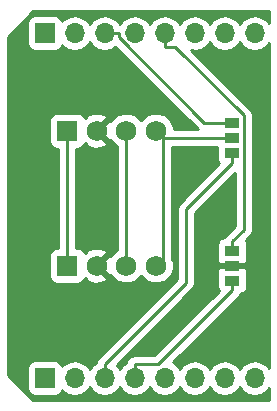
<source format=gtl>
G04 #@! TF.FileFunction,Copper,L1,Top,Signal*
%FSLAX46Y46*%
G04 Gerber Fmt 4.6, Leading zero omitted, Abs format (unit mm)*
G04 Created by KiCad (PCBNEW 4.0.7-e2-6376~58~ubuntu17.04.1) date Wed Oct  4 00:33:47 2017*
%MOMM*%
%LPD*%
G01*
G04 APERTURE LIST*
%ADD10C,0.100000*%
%ADD11R,1.750000X1.750000*%
%ADD12C,1.750000*%
%ADD13R,1.270000X0.970000*%
%ADD14R,1.700000X1.700000*%
%ADD15O,1.700000X1.700000*%
%ADD16C,0.600000*%
%ADD17C,0.250000*%
%ADD18C,0.254000*%
G04 APERTURE END LIST*
D10*
D11*
X152400000Y-116840000D03*
D12*
X154900000Y-116840000D03*
X157400000Y-116840000D03*
X159900000Y-116840000D03*
D13*
X166370000Y-107315000D03*
X166370000Y-106045000D03*
X166370000Y-104775000D03*
X166370000Y-118110000D03*
X166370000Y-116840000D03*
X166370000Y-115570000D03*
D11*
X152400000Y-105410000D03*
D12*
X154900000Y-105410000D03*
X157400000Y-105410000D03*
X159900000Y-105410000D03*
D14*
X150495000Y-126365000D03*
D15*
X153035000Y-126365000D03*
X155575000Y-126365000D03*
X158115000Y-126365000D03*
X160655000Y-126365000D03*
X163195000Y-126365000D03*
X165735000Y-126365000D03*
X168275000Y-126365000D03*
D14*
X150495000Y-97155000D03*
D15*
X153035000Y-97155000D03*
X155575000Y-97155000D03*
X158115000Y-97155000D03*
X160655000Y-97155000D03*
X163195000Y-97155000D03*
X165735000Y-97155000D03*
X168275000Y-97155000D03*
D16*
X165100000Y-116840000D03*
D17*
X152400000Y-105410000D02*
X152400000Y-116840000D01*
X166370000Y-116840000D02*
X165100000Y-116840000D01*
X157400000Y-105410000D02*
X157400000Y-116840000D01*
X160535000Y-116205000D02*
X159900000Y-116840000D01*
X160535000Y-106045000D02*
X160535000Y-116205000D01*
X166370000Y-106045000D02*
X160535000Y-106045000D01*
X160535000Y-106045000D02*
X159900000Y-105410000D01*
X162460100Y-112035200D02*
X166370000Y-108125300D01*
X162460100Y-118304600D02*
X162460100Y-112035200D01*
X155575000Y-125189700D02*
X162460100Y-118304600D01*
X155575000Y-126365000D02*
X155575000Y-125189700D01*
X166370000Y-107315000D02*
X166370000Y-108125300D01*
X164003000Y-104775000D02*
X166370000Y-104775000D01*
X156750300Y-97522300D02*
X164003000Y-104775000D01*
X156750300Y-97155000D02*
X156750300Y-97522300D01*
X155575000Y-97155000D02*
X156750300Y-97155000D01*
X160100600Y-125189700D02*
X166370000Y-118920300D01*
X158115000Y-125189700D02*
X160100600Y-125189700D01*
X158115000Y-126365000D02*
X158115000Y-125189700D01*
X166370000Y-118110000D02*
X166370000Y-118920300D01*
X167330400Y-113799300D02*
X166370000Y-114759700D01*
X167330400Y-104124200D02*
X167330400Y-113799300D01*
X161536500Y-98330300D02*
X167330400Y-104124200D01*
X160655000Y-98330300D02*
X161536500Y-98330300D01*
X160655000Y-97155000D02*
X160655000Y-98330300D01*
X166370000Y-115570000D02*
X166370000Y-114759700D01*
D18*
G36*
X169470000Y-96292781D02*
X169325054Y-96075853D01*
X168843285Y-95753946D01*
X168275000Y-95640907D01*
X167706715Y-95753946D01*
X167224946Y-96075853D01*
X167005000Y-96405026D01*
X166785054Y-96075853D01*
X166303285Y-95753946D01*
X165735000Y-95640907D01*
X165166715Y-95753946D01*
X164684946Y-96075853D01*
X164465000Y-96405026D01*
X164245054Y-96075853D01*
X163763285Y-95753946D01*
X163195000Y-95640907D01*
X162626715Y-95753946D01*
X162144946Y-96075853D01*
X161925000Y-96405026D01*
X161705054Y-96075853D01*
X161223285Y-95753946D01*
X160655000Y-95640907D01*
X160086715Y-95753946D01*
X159604946Y-96075853D01*
X159385000Y-96405026D01*
X159165054Y-96075853D01*
X158683285Y-95753946D01*
X158115000Y-95640907D01*
X157546715Y-95753946D01*
X157064946Y-96075853D01*
X156845000Y-96405026D01*
X156625054Y-96075853D01*
X156143285Y-95753946D01*
X155575000Y-95640907D01*
X155006715Y-95753946D01*
X154524946Y-96075853D01*
X154305000Y-96405026D01*
X154085054Y-96075853D01*
X153603285Y-95753946D01*
X153035000Y-95640907D01*
X152466715Y-95753946D01*
X151984946Y-96075853D01*
X151957150Y-96117452D01*
X151948162Y-96069683D01*
X151809090Y-95853559D01*
X151596890Y-95708569D01*
X151345000Y-95657560D01*
X149645000Y-95657560D01*
X149409683Y-95701838D01*
X149193559Y-95840910D01*
X149048569Y-96053110D01*
X148997560Y-96305000D01*
X148997560Y-98005000D01*
X149041838Y-98240317D01*
X149180910Y-98456441D01*
X149393110Y-98601431D01*
X149645000Y-98652440D01*
X151345000Y-98652440D01*
X151580317Y-98608162D01*
X151796441Y-98469090D01*
X151941431Y-98256890D01*
X151955086Y-98189459D01*
X151984946Y-98234147D01*
X152466715Y-98556054D01*
X153035000Y-98669093D01*
X153603285Y-98556054D01*
X154085054Y-98234147D01*
X154305000Y-97904974D01*
X154524946Y-98234147D01*
X155006715Y-98556054D01*
X155575000Y-98669093D01*
X156143285Y-98556054D01*
X156482558Y-98329360D01*
X163438198Y-105285000D01*
X161410110Y-105285000D01*
X161410262Y-105110960D01*
X161180862Y-104555771D01*
X160756463Y-104130630D01*
X160201675Y-103900262D01*
X159600960Y-103899738D01*
X159045771Y-104129138D01*
X158649682Y-104524536D01*
X158256463Y-104130630D01*
X157701675Y-103900262D01*
X157100960Y-103899738D01*
X156545771Y-104129138D01*
X156120630Y-104553537D01*
X156111108Y-104576469D01*
X155962060Y-104527545D01*
X155079605Y-105410000D01*
X155962060Y-106292455D01*
X156110648Y-106243682D01*
X156119138Y-106264229D01*
X156543537Y-106689370D01*
X156640000Y-106729425D01*
X156640000Y-115520203D01*
X156545771Y-115559138D01*
X156120630Y-115983537D01*
X156111108Y-116006469D01*
X155962060Y-115957545D01*
X155079605Y-116840000D01*
X155962060Y-117722455D01*
X156110648Y-117673682D01*
X156119138Y-117694229D01*
X156543537Y-118119370D01*
X157098325Y-118349738D01*
X157699040Y-118350262D01*
X158254229Y-118120862D01*
X158650318Y-117725464D01*
X159043537Y-118119370D01*
X159598325Y-118349738D01*
X160199040Y-118350262D01*
X160754229Y-118120862D01*
X161179370Y-117696463D01*
X161409738Y-117141675D01*
X161410262Y-116540960D01*
X161287346Y-116243481D01*
X161295000Y-116205000D01*
X161295000Y-106805000D01*
X165092623Y-106805000D01*
X165087560Y-106830000D01*
X165087560Y-107800000D01*
X165131838Y-108035317D01*
X165231031Y-108189467D01*
X161922699Y-111497799D01*
X161757952Y-111744361D01*
X161700100Y-112035200D01*
X161700100Y-117989798D01*
X155037599Y-124652299D01*
X154872852Y-124898861D01*
X154837402Y-125077077D01*
X154524946Y-125285853D01*
X154305000Y-125615026D01*
X154085054Y-125285853D01*
X153603285Y-124963946D01*
X153035000Y-124850907D01*
X152466715Y-124963946D01*
X151984946Y-125285853D01*
X151957150Y-125327452D01*
X151948162Y-125279683D01*
X151809090Y-125063559D01*
X151596890Y-124918569D01*
X151345000Y-124867560D01*
X149645000Y-124867560D01*
X149409683Y-124911838D01*
X149193559Y-125050910D01*
X149048569Y-125263110D01*
X148997560Y-125515000D01*
X148997560Y-127215000D01*
X149041838Y-127450317D01*
X149180910Y-127666441D01*
X149393110Y-127811431D01*
X149645000Y-127862440D01*
X151345000Y-127862440D01*
X151580317Y-127818162D01*
X151796441Y-127679090D01*
X151941431Y-127466890D01*
X151955086Y-127399459D01*
X151984946Y-127444147D01*
X152466715Y-127766054D01*
X153035000Y-127879093D01*
X153603285Y-127766054D01*
X154085054Y-127444147D01*
X154305000Y-127114974D01*
X154524946Y-127444147D01*
X155006715Y-127766054D01*
X155575000Y-127879093D01*
X156143285Y-127766054D01*
X156625054Y-127444147D01*
X156845000Y-127114974D01*
X157064946Y-127444147D01*
X157546715Y-127766054D01*
X158115000Y-127879093D01*
X158683285Y-127766054D01*
X159165054Y-127444147D01*
X159385000Y-127114974D01*
X159604946Y-127444147D01*
X160086715Y-127766054D01*
X160655000Y-127879093D01*
X161223285Y-127766054D01*
X161705054Y-127444147D01*
X161925000Y-127114974D01*
X162144946Y-127444147D01*
X162626715Y-127766054D01*
X163195000Y-127879093D01*
X163763285Y-127766054D01*
X164245054Y-127444147D01*
X164465000Y-127114974D01*
X164684946Y-127444147D01*
X165166715Y-127766054D01*
X165735000Y-127879093D01*
X166303285Y-127766054D01*
X166785054Y-127444147D01*
X167005000Y-127114974D01*
X167224946Y-127444147D01*
X167706715Y-127766054D01*
X168275000Y-127879093D01*
X168843285Y-127766054D01*
X169325054Y-127444147D01*
X169470000Y-127227219D01*
X169470000Y-128195000D01*
X149519091Y-128195000D01*
X147395000Y-126070908D01*
X147395000Y-104535000D01*
X150877560Y-104535000D01*
X150877560Y-106285000D01*
X150921838Y-106520317D01*
X151060910Y-106736441D01*
X151273110Y-106881431D01*
X151525000Y-106932440D01*
X151640000Y-106932440D01*
X151640000Y-115317560D01*
X151525000Y-115317560D01*
X151289683Y-115361838D01*
X151073559Y-115500910D01*
X150928569Y-115713110D01*
X150877560Y-115965000D01*
X150877560Y-117715000D01*
X150921838Y-117950317D01*
X151060910Y-118166441D01*
X151273110Y-118311431D01*
X151525000Y-118362440D01*
X153275000Y-118362440D01*
X153510317Y-118318162D01*
X153726441Y-118179090D01*
X153863994Y-117977774D01*
X153902914Y-118016694D01*
X154017546Y-117902062D01*
X154100884Y-118155953D01*
X154665306Y-118361590D01*
X155265458Y-118335579D01*
X155699116Y-118155953D01*
X155782455Y-117902060D01*
X154900000Y-117019605D01*
X154885858Y-117033748D01*
X154706253Y-116854143D01*
X154720395Y-116840000D01*
X154706253Y-116825858D01*
X154885858Y-116646253D01*
X154900000Y-116660395D01*
X155782455Y-115777940D01*
X155699116Y-115524047D01*
X155134694Y-115318410D01*
X154534542Y-115344421D01*
X154100884Y-115524047D01*
X154017546Y-115777938D01*
X153902914Y-115663306D01*
X153861864Y-115704356D01*
X153739090Y-115513559D01*
X153526890Y-115368569D01*
X153275000Y-115317560D01*
X153160000Y-115317560D01*
X153160000Y-106932440D01*
X153275000Y-106932440D01*
X153510317Y-106888162D01*
X153726441Y-106749090D01*
X153863994Y-106547774D01*
X153902914Y-106586694D01*
X154017546Y-106472062D01*
X154100884Y-106725953D01*
X154665306Y-106931590D01*
X155265458Y-106905579D01*
X155699116Y-106725953D01*
X155782455Y-106472060D01*
X154900000Y-105589605D01*
X154885858Y-105603748D01*
X154706253Y-105424143D01*
X154720395Y-105410000D01*
X154706253Y-105395858D01*
X154885858Y-105216253D01*
X154900000Y-105230395D01*
X155782455Y-104347940D01*
X155699116Y-104094047D01*
X155134694Y-103888410D01*
X154534542Y-103914421D01*
X154100884Y-104094047D01*
X154017546Y-104347938D01*
X153902914Y-104233306D01*
X153861864Y-104274356D01*
X153739090Y-104083559D01*
X153526890Y-103938569D01*
X153275000Y-103887560D01*
X151525000Y-103887560D01*
X151289683Y-103931838D01*
X151073559Y-104070910D01*
X150928569Y-104283110D01*
X150877560Y-104535000D01*
X147395000Y-104535000D01*
X147395000Y-97449092D01*
X149519091Y-95325000D01*
X169470000Y-95325000D01*
X169470000Y-96292781D01*
X169470000Y-96292781D01*
G37*
X169470000Y-96292781D02*
X169325054Y-96075853D01*
X168843285Y-95753946D01*
X168275000Y-95640907D01*
X167706715Y-95753946D01*
X167224946Y-96075853D01*
X167005000Y-96405026D01*
X166785054Y-96075853D01*
X166303285Y-95753946D01*
X165735000Y-95640907D01*
X165166715Y-95753946D01*
X164684946Y-96075853D01*
X164465000Y-96405026D01*
X164245054Y-96075853D01*
X163763285Y-95753946D01*
X163195000Y-95640907D01*
X162626715Y-95753946D01*
X162144946Y-96075853D01*
X161925000Y-96405026D01*
X161705054Y-96075853D01*
X161223285Y-95753946D01*
X160655000Y-95640907D01*
X160086715Y-95753946D01*
X159604946Y-96075853D01*
X159385000Y-96405026D01*
X159165054Y-96075853D01*
X158683285Y-95753946D01*
X158115000Y-95640907D01*
X157546715Y-95753946D01*
X157064946Y-96075853D01*
X156845000Y-96405026D01*
X156625054Y-96075853D01*
X156143285Y-95753946D01*
X155575000Y-95640907D01*
X155006715Y-95753946D01*
X154524946Y-96075853D01*
X154305000Y-96405026D01*
X154085054Y-96075853D01*
X153603285Y-95753946D01*
X153035000Y-95640907D01*
X152466715Y-95753946D01*
X151984946Y-96075853D01*
X151957150Y-96117452D01*
X151948162Y-96069683D01*
X151809090Y-95853559D01*
X151596890Y-95708569D01*
X151345000Y-95657560D01*
X149645000Y-95657560D01*
X149409683Y-95701838D01*
X149193559Y-95840910D01*
X149048569Y-96053110D01*
X148997560Y-96305000D01*
X148997560Y-98005000D01*
X149041838Y-98240317D01*
X149180910Y-98456441D01*
X149393110Y-98601431D01*
X149645000Y-98652440D01*
X151345000Y-98652440D01*
X151580317Y-98608162D01*
X151796441Y-98469090D01*
X151941431Y-98256890D01*
X151955086Y-98189459D01*
X151984946Y-98234147D01*
X152466715Y-98556054D01*
X153035000Y-98669093D01*
X153603285Y-98556054D01*
X154085054Y-98234147D01*
X154305000Y-97904974D01*
X154524946Y-98234147D01*
X155006715Y-98556054D01*
X155575000Y-98669093D01*
X156143285Y-98556054D01*
X156482558Y-98329360D01*
X163438198Y-105285000D01*
X161410110Y-105285000D01*
X161410262Y-105110960D01*
X161180862Y-104555771D01*
X160756463Y-104130630D01*
X160201675Y-103900262D01*
X159600960Y-103899738D01*
X159045771Y-104129138D01*
X158649682Y-104524536D01*
X158256463Y-104130630D01*
X157701675Y-103900262D01*
X157100960Y-103899738D01*
X156545771Y-104129138D01*
X156120630Y-104553537D01*
X156111108Y-104576469D01*
X155962060Y-104527545D01*
X155079605Y-105410000D01*
X155962060Y-106292455D01*
X156110648Y-106243682D01*
X156119138Y-106264229D01*
X156543537Y-106689370D01*
X156640000Y-106729425D01*
X156640000Y-115520203D01*
X156545771Y-115559138D01*
X156120630Y-115983537D01*
X156111108Y-116006469D01*
X155962060Y-115957545D01*
X155079605Y-116840000D01*
X155962060Y-117722455D01*
X156110648Y-117673682D01*
X156119138Y-117694229D01*
X156543537Y-118119370D01*
X157098325Y-118349738D01*
X157699040Y-118350262D01*
X158254229Y-118120862D01*
X158650318Y-117725464D01*
X159043537Y-118119370D01*
X159598325Y-118349738D01*
X160199040Y-118350262D01*
X160754229Y-118120862D01*
X161179370Y-117696463D01*
X161409738Y-117141675D01*
X161410262Y-116540960D01*
X161287346Y-116243481D01*
X161295000Y-116205000D01*
X161295000Y-106805000D01*
X165092623Y-106805000D01*
X165087560Y-106830000D01*
X165087560Y-107800000D01*
X165131838Y-108035317D01*
X165231031Y-108189467D01*
X161922699Y-111497799D01*
X161757952Y-111744361D01*
X161700100Y-112035200D01*
X161700100Y-117989798D01*
X155037599Y-124652299D01*
X154872852Y-124898861D01*
X154837402Y-125077077D01*
X154524946Y-125285853D01*
X154305000Y-125615026D01*
X154085054Y-125285853D01*
X153603285Y-124963946D01*
X153035000Y-124850907D01*
X152466715Y-124963946D01*
X151984946Y-125285853D01*
X151957150Y-125327452D01*
X151948162Y-125279683D01*
X151809090Y-125063559D01*
X151596890Y-124918569D01*
X151345000Y-124867560D01*
X149645000Y-124867560D01*
X149409683Y-124911838D01*
X149193559Y-125050910D01*
X149048569Y-125263110D01*
X148997560Y-125515000D01*
X148997560Y-127215000D01*
X149041838Y-127450317D01*
X149180910Y-127666441D01*
X149393110Y-127811431D01*
X149645000Y-127862440D01*
X151345000Y-127862440D01*
X151580317Y-127818162D01*
X151796441Y-127679090D01*
X151941431Y-127466890D01*
X151955086Y-127399459D01*
X151984946Y-127444147D01*
X152466715Y-127766054D01*
X153035000Y-127879093D01*
X153603285Y-127766054D01*
X154085054Y-127444147D01*
X154305000Y-127114974D01*
X154524946Y-127444147D01*
X155006715Y-127766054D01*
X155575000Y-127879093D01*
X156143285Y-127766054D01*
X156625054Y-127444147D01*
X156845000Y-127114974D01*
X157064946Y-127444147D01*
X157546715Y-127766054D01*
X158115000Y-127879093D01*
X158683285Y-127766054D01*
X159165054Y-127444147D01*
X159385000Y-127114974D01*
X159604946Y-127444147D01*
X160086715Y-127766054D01*
X160655000Y-127879093D01*
X161223285Y-127766054D01*
X161705054Y-127444147D01*
X161925000Y-127114974D01*
X162144946Y-127444147D01*
X162626715Y-127766054D01*
X163195000Y-127879093D01*
X163763285Y-127766054D01*
X164245054Y-127444147D01*
X164465000Y-127114974D01*
X164684946Y-127444147D01*
X165166715Y-127766054D01*
X165735000Y-127879093D01*
X166303285Y-127766054D01*
X166785054Y-127444147D01*
X167005000Y-127114974D01*
X167224946Y-127444147D01*
X167706715Y-127766054D01*
X168275000Y-127879093D01*
X168843285Y-127766054D01*
X169325054Y-127444147D01*
X169470000Y-127227219D01*
X169470000Y-128195000D01*
X149519091Y-128195000D01*
X147395000Y-126070908D01*
X147395000Y-104535000D01*
X150877560Y-104535000D01*
X150877560Y-106285000D01*
X150921838Y-106520317D01*
X151060910Y-106736441D01*
X151273110Y-106881431D01*
X151525000Y-106932440D01*
X151640000Y-106932440D01*
X151640000Y-115317560D01*
X151525000Y-115317560D01*
X151289683Y-115361838D01*
X151073559Y-115500910D01*
X150928569Y-115713110D01*
X150877560Y-115965000D01*
X150877560Y-117715000D01*
X150921838Y-117950317D01*
X151060910Y-118166441D01*
X151273110Y-118311431D01*
X151525000Y-118362440D01*
X153275000Y-118362440D01*
X153510317Y-118318162D01*
X153726441Y-118179090D01*
X153863994Y-117977774D01*
X153902914Y-118016694D01*
X154017546Y-117902062D01*
X154100884Y-118155953D01*
X154665306Y-118361590D01*
X155265458Y-118335579D01*
X155699116Y-118155953D01*
X155782455Y-117902060D01*
X154900000Y-117019605D01*
X154885858Y-117033748D01*
X154706253Y-116854143D01*
X154720395Y-116840000D01*
X154706253Y-116825858D01*
X154885858Y-116646253D01*
X154900000Y-116660395D01*
X155782455Y-115777940D01*
X155699116Y-115524047D01*
X155134694Y-115318410D01*
X154534542Y-115344421D01*
X154100884Y-115524047D01*
X154017546Y-115777938D01*
X153902914Y-115663306D01*
X153861864Y-115704356D01*
X153739090Y-115513559D01*
X153526890Y-115368569D01*
X153275000Y-115317560D01*
X153160000Y-115317560D01*
X153160000Y-106932440D01*
X153275000Y-106932440D01*
X153510317Y-106888162D01*
X153726441Y-106749090D01*
X153863994Y-106547774D01*
X153902914Y-106586694D01*
X154017546Y-106472062D01*
X154100884Y-106725953D01*
X154665306Y-106931590D01*
X155265458Y-106905579D01*
X155699116Y-106725953D01*
X155782455Y-106472060D01*
X154900000Y-105589605D01*
X154885858Y-105603748D01*
X154706253Y-105424143D01*
X154720395Y-105410000D01*
X154706253Y-105395858D01*
X154885858Y-105216253D01*
X154900000Y-105230395D01*
X155782455Y-104347940D01*
X155699116Y-104094047D01*
X155134694Y-103888410D01*
X154534542Y-103914421D01*
X154100884Y-104094047D01*
X154017546Y-104347938D01*
X153902914Y-104233306D01*
X153861864Y-104274356D01*
X153739090Y-104083559D01*
X153526890Y-103938569D01*
X153275000Y-103887560D01*
X151525000Y-103887560D01*
X151289683Y-103931838D01*
X151073559Y-104070910D01*
X150928569Y-104283110D01*
X150877560Y-104535000D01*
X147395000Y-104535000D01*
X147395000Y-97449092D01*
X149519091Y-95325000D01*
X169470000Y-95325000D01*
X169470000Y-96292781D01*
G36*
X167224946Y-98234147D02*
X167706715Y-98556054D01*
X168275000Y-98669093D01*
X168843285Y-98556054D01*
X169325054Y-98234147D01*
X169470000Y-98017219D01*
X169470000Y-125502781D01*
X169325054Y-125285853D01*
X168843285Y-124963946D01*
X168275000Y-124850907D01*
X167706715Y-124963946D01*
X167224946Y-125285853D01*
X167005000Y-125615026D01*
X166785054Y-125285853D01*
X166303285Y-124963946D01*
X165735000Y-124850907D01*
X165166715Y-124963946D01*
X164684946Y-125285853D01*
X164465000Y-125615026D01*
X164245054Y-125285853D01*
X163763285Y-124963946D01*
X163195000Y-124850907D01*
X162626715Y-124963946D01*
X162144946Y-125285853D01*
X161925000Y-125615026D01*
X161705054Y-125285853D01*
X161329911Y-125035191D01*
X166907402Y-119457701D01*
X167057882Y-119232490D01*
X167240317Y-119198162D01*
X167456441Y-119059090D01*
X167601431Y-118846890D01*
X167652440Y-118595000D01*
X167652440Y-117625000D01*
X167626081Y-117484914D01*
X167640000Y-117451310D01*
X167640000Y-117125750D01*
X167481250Y-116967000D01*
X166497000Y-116967000D01*
X166497000Y-116977560D01*
X166243000Y-116977560D01*
X166243000Y-116967000D01*
X165258750Y-116967000D01*
X165100000Y-117125750D01*
X165100000Y-117451310D01*
X165115268Y-117488171D01*
X165087560Y-117625000D01*
X165087560Y-118595000D01*
X165131838Y-118830317D01*
X165231031Y-118984467D01*
X159785798Y-124429700D01*
X158115000Y-124429700D01*
X157824161Y-124487552D01*
X157577599Y-124652299D01*
X157412852Y-124898861D01*
X157377402Y-125077077D01*
X157064946Y-125285853D01*
X156845000Y-125615026D01*
X156625054Y-125285853D01*
X156582250Y-125257252D01*
X162997501Y-118842001D01*
X163162248Y-118595439D01*
X163220100Y-118304600D01*
X163220100Y-112350002D01*
X166570400Y-108999702D01*
X166570400Y-113484498D01*
X165832599Y-114222299D01*
X165682118Y-114447510D01*
X165499683Y-114481838D01*
X165283559Y-114620910D01*
X165138569Y-114833110D01*
X165087560Y-115085000D01*
X165087560Y-116055000D01*
X165113919Y-116195086D01*
X165100000Y-116228690D01*
X165100000Y-116554250D01*
X165258750Y-116713000D01*
X166243000Y-116713000D01*
X166243000Y-116702440D01*
X166497000Y-116702440D01*
X166497000Y-116713000D01*
X167481250Y-116713000D01*
X167640000Y-116554250D01*
X167640000Y-116228690D01*
X167624732Y-116191829D01*
X167652440Y-116055000D01*
X167652440Y-115085000D01*
X167608162Y-114849683D01*
X167508969Y-114695533D01*
X167867801Y-114336701D01*
X168032548Y-114090139D01*
X168090400Y-113799300D01*
X168090400Y-104124200D01*
X168032548Y-103833361D01*
X167867801Y-103586799D01*
X162889284Y-98608282D01*
X163195000Y-98669093D01*
X163763285Y-98556054D01*
X164245054Y-98234147D01*
X164465000Y-97904974D01*
X164684946Y-98234147D01*
X165166715Y-98556054D01*
X165735000Y-98669093D01*
X166303285Y-98556054D01*
X166785054Y-98234147D01*
X167005000Y-97904974D01*
X167224946Y-98234147D01*
X167224946Y-98234147D01*
G37*
X167224946Y-98234147D02*
X167706715Y-98556054D01*
X168275000Y-98669093D01*
X168843285Y-98556054D01*
X169325054Y-98234147D01*
X169470000Y-98017219D01*
X169470000Y-125502781D01*
X169325054Y-125285853D01*
X168843285Y-124963946D01*
X168275000Y-124850907D01*
X167706715Y-124963946D01*
X167224946Y-125285853D01*
X167005000Y-125615026D01*
X166785054Y-125285853D01*
X166303285Y-124963946D01*
X165735000Y-124850907D01*
X165166715Y-124963946D01*
X164684946Y-125285853D01*
X164465000Y-125615026D01*
X164245054Y-125285853D01*
X163763285Y-124963946D01*
X163195000Y-124850907D01*
X162626715Y-124963946D01*
X162144946Y-125285853D01*
X161925000Y-125615026D01*
X161705054Y-125285853D01*
X161329911Y-125035191D01*
X166907402Y-119457701D01*
X167057882Y-119232490D01*
X167240317Y-119198162D01*
X167456441Y-119059090D01*
X167601431Y-118846890D01*
X167652440Y-118595000D01*
X167652440Y-117625000D01*
X167626081Y-117484914D01*
X167640000Y-117451310D01*
X167640000Y-117125750D01*
X167481250Y-116967000D01*
X166497000Y-116967000D01*
X166497000Y-116977560D01*
X166243000Y-116977560D01*
X166243000Y-116967000D01*
X165258750Y-116967000D01*
X165100000Y-117125750D01*
X165100000Y-117451310D01*
X165115268Y-117488171D01*
X165087560Y-117625000D01*
X165087560Y-118595000D01*
X165131838Y-118830317D01*
X165231031Y-118984467D01*
X159785798Y-124429700D01*
X158115000Y-124429700D01*
X157824161Y-124487552D01*
X157577599Y-124652299D01*
X157412852Y-124898861D01*
X157377402Y-125077077D01*
X157064946Y-125285853D01*
X156845000Y-125615026D01*
X156625054Y-125285853D01*
X156582250Y-125257252D01*
X162997501Y-118842001D01*
X163162248Y-118595439D01*
X163220100Y-118304600D01*
X163220100Y-112350002D01*
X166570400Y-108999702D01*
X166570400Y-113484498D01*
X165832599Y-114222299D01*
X165682118Y-114447510D01*
X165499683Y-114481838D01*
X165283559Y-114620910D01*
X165138569Y-114833110D01*
X165087560Y-115085000D01*
X165087560Y-116055000D01*
X165113919Y-116195086D01*
X165100000Y-116228690D01*
X165100000Y-116554250D01*
X165258750Y-116713000D01*
X166243000Y-116713000D01*
X166243000Y-116702440D01*
X166497000Y-116702440D01*
X166497000Y-116713000D01*
X167481250Y-116713000D01*
X167640000Y-116554250D01*
X167640000Y-116228690D01*
X167624732Y-116191829D01*
X167652440Y-116055000D01*
X167652440Y-115085000D01*
X167608162Y-114849683D01*
X167508969Y-114695533D01*
X167867801Y-114336701D01*
X168032548Y-114090139D01*
X168090400Y-113799300D01*
X168090400Y-104124200D01*
X168032548Y-103833361D01*
X167867801Y-103586799D01*
X162889284Y-98608282D01*
X163195000Y-98669093D01*
X163763285Y-98556054D01*
X164245054Y-98234147D01*
X164465000Y-97904974D01*
X164684946Y-98234147D01*
X165166715Y-98556054D01*
X165735000Y-98669093D01*
X166303285Y-98556054D01*
X166785054Y-98234147D01*
X167005000Y-97904974D01*
X167224946Y-98234147D01*
M02*

</source>
